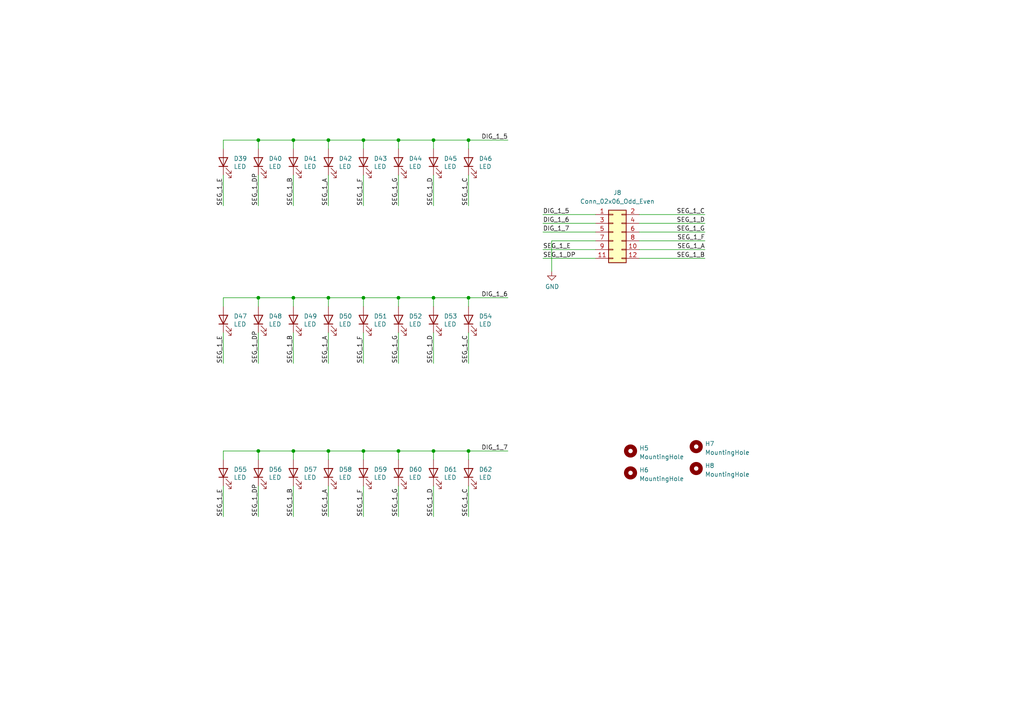
<source format=kicad_sch>
(kicad_sch (version 20211123) (generator eeschema)
  (paper "A4")
  (lib_symbols
    (symbol "Connector_Generic:Conn_02x06_Odd_Even" (pin_names (offset 1.016) hide)
      (property "Reference" "J" (at 1.27 7.62 0))
      (property "Value" "Conn_02x06_Odd_Even" (at 1.27 -10.16 0))
      (symbol "Conn_02x06_Odd_Even_1_1"
        (rectangle (start -1.27 -7.493) (end 0 -7.747) (stroke (width 0.1524)))
        (rectangle (start -1.27 -4.953) (end 0 -5.207) (stroke (width 0.1524)))
        (rectangle (start -1.27 -2.413) (end 0 -2.667) (stroke (width 0.1524)))
        (rectangle (start -1.27 0.127) (end 0 -0.127) (stroke (width 0.1524)))
        (rectangle (start -1.27 2.667) (end 0 2.413) (stroke (width 0.1524)))
        (rectangle (start -1.27 5.207) (end 0 4.953) (stroke (width 0.1524)))
        (rectangle (start -1.27 6.35) (end 3.81 -8.89) (stroke (width 0.254)) (fill (type background)))
        (rectangle (start 3.81 -7.493) (end 2.54 -7.747) (stroke (width 0.1524)))
        (rectangle (start 3.81 -4.953) (end 2.54 -5.207) (stroke (width 0.1524)))
        (rectangle (start 3.81 -2.413) (end 2.54 -2.667) (stroke (width 0.1524)))
        (rectangle (start 3.81 0.127) (end 2.54 -0.127) (stroke (width 0.1524)))
        (rectangle (start 3.81 2.667) (end 2.54 2.413) (stroke (width 0.1524)))
        (rectangle (start 3.81 5.207) (end 2.54 4.953) (stroke (width 0.1524)))
        (pin passive line (at -5.08 5.08 0) (length 3.81) (name "Pin_1") (number "1"))
        (pin passive line (at 7.62 -5.08 180) (length 3.81) (name "Pin_10") (number "10"))
        (pin passive line (at -5.08 -7.62 0) (length 3.81) (name "Pin_11") (number "11"))
        (pin passive line (at 7.62 -7.62 180) (length 3.81) (name "Pin_12") (number "12"))
        (pin passive line (at 7.62 5.08 180) (length 3.81) (name "Pin_2") (number "2"))
        (pin passive line (at -5.08 2.54 0) (length 3.81) (name "Pin_3") (number "3"))
        (pin passive line (at 7.62 2.54 180) (length 3.81) (name "Pin_4") (number "4"))
        (pin passive line (at -5.08 0 0) (length 3.81) (name "Pin_5") (number "5"))
        (pin passive line (at 7.62 0 180) (length 3.81) (name "Pin_6") (number "6"))
        (pin passive line (at -5.08 -2.54 0) (length 3.81) (name "Pin_7") (number "7"))
        (pin passive line (at 7.62 -2.54 180) (length 3.81) (name "Pin_8") (number "8"))
        (pin passive line (at -5.08 -5.08 0) (length 3.81) (name "Pin_9") (number "9"))
      )
    )
    (symbol "Device:LED" (pin_numbers hide) (pin_names (offset 1.016) hide)
      (property "Reference" "D" (at 0 2.54 0))
      (property "Value" "LED" (at 0 -2.54 0))
      (symbol "LED_0_1"
        (polyline (pts (xy -1.27 -1.27) (xy -1.27 1.27)) (stroke (width 0.254)))
        (polyline (pts (xy -1.27 0) (xy 1.27 0)))
        (polyline (pts (xy 1.27 -1.27) (xy 1.27 1.27) (xy -1.27 0) (xy 1.27 -1.27)) (stroke (width 0.254)))
        (polyline (pts (xy -3.048 -0.762) (xy -4.572 -2.286) (xy -3.81 -2.286) (xy -4.572 -2.286) (xy -4.572 -1.524)))
        (polyline (pts (xy -1.778 -0.762) (xy -3.302 -2.286) (xy -2.54 -2.286) (xy -3.302 -2.286) (xy -3.302 -1.524)))
      )
      (symbol "LED_1_1"
        (pin passive line (at -3.81 0 0) (length 2.54) (name "K") (number "1"))
        (pin passive line (at 3.81 0 180) (length 2.54) (name "A") (number "2"))
      )
    )
    (symbol "Mechanical:MountingHole" (pin_names (offset 1.016))
      (property "Reference" "H" (at 0 5.08 0))
      (property "Value" "MountingHole" (at 0 3.175 0))
      (symbol "MountingHole_0_1"
        (circle (center 0 0) (radius 1.27) (stroke (width 1.27)))
      )
    )
    (symbol "power:GND" (power) (pin_names (offset 0))
      (property "Value" "GND" (at 0 -3.81 0))
      (symbol "GND_0_1"
        (polyline (pts (xy 0 0) (xy 0 -1.27) (xy 1.27 -1.27) (xy 0 -2.54) (xy -1.27 -1.27) (xy 0 -1.27)))
      )
      (symbol "GND_1_1"
        (pin power_in line (at 0 0 270) (length 0) hide (name "GND") (number "1"))
      )
    )
  )
  (junction (at 85.09 86.36))
  (junction (at 125.73 130.81))
  (junction (at 74.93 130.81))
  (junction (at 85.09 40.64))
  (junction (at 74.93 40.64))
  (junction (at 135.89 40.64))
  (junction (at 115.57 86.36))
  (junction (at 105.41 86.36))
  (junction (at 105.41 130.81))
  (junction (at 74.93 86.36))
  (junction (at 125.73 86.36))
  (junction (at 95.25 130.81))
  (junction (at 85.09 130.81))
  (junction (at 125.73 40.64))
  (junction (at 95.25 86.36))
  (junction (at 95.25 40.64))
  (junction (at 115.57 40.64))
  (junction (at 105.41 40.64))
  (junction (at 115.57 130.81))
  (junction (at 135.89 86.36))
  (junction (at 135.89 130.81))
  (wire (pts (xy 115.57 130.81) (xy 125.73 130.81)))
  (wire (pts (xy 105.41 140.97) (xy 105.41 149.86)))
  (wire (pts (xy 74.93 88.9) (xy 74.93 86.36)))
  (wire (pts (xy 105.41 88.9) (xy 105.41 86.36)))
  (wire (pts (xy 157.48 74.93) (xy 172.72 74.93)))
  (wire (pts (xy 115.57 50.8) (xy 115.57 59.69)))
  (wire (pts (xy 95.25 96.52) (xy 95.25 105.41)))
  (wire (pts (xy 64.77 50.8) (xy 64.77 59.69)))
  (wire (pts (xy 125.73 43.18) (xy 125.73 40.64)))
  (wire (pts (xy 135.89 96.52) (xy 135.89 105.41)))
  (wire (pts (xy 125.73 133.35) (xy 125.73 130.81)))
  (wire (pts (xy 64.77 133.35) (xy 64.77 130.81)))
  (wire (pts (xy 115.57 140.97) (xy 115.57 149.86)))
  (wire (pts (xy 85.09 133.35) (xy 85.09 130.81)))
  (wire (pts (xy 64.77 130.81) (xy 74.93 130.81)))
  (wire (pts (xy 64.77 86.36) (xy 74.93 86.36)))
  (wire (pts (xy 95.25 140.97) (xy 95.25 149.86)))
  (wire (pts (xy 85.09 86.36) (xy 95.25 86.36)))
  (wire (pts (xy 95.25 50.8) (xy 95.25 59.69)))
  (wire (pts (xy 85.09 130.81) (xy 95.25 130.81)))
  (wire (pts (xy 115.57 86.36) (xy 125.73 86.36)))
  (wire (pts (xy 157.48 62.23) (xy 172.72 62.23)))
  (wire (pts (xy 85.09 40.64) (xy 95.25 40.64)))
  (wire (pts (xy 64.77 88.9) (xy 64.77 86.36)))
  (wire (pts (xy 115.57 43.18) (xy 115.57 40.64)))
  (wire (pts (xy 160.02 69.85) (xy 172.72 69.85)))
  (wire (pts (xy 105.41 130.81) (xy 115.57 130.81)))
  (wire (pts (xy 74.93 96.52) (xy 74.93 105.41)))
  (wire (pts (xy 74.93 43.18) (xy 74.93 40.64)))
  (wire (pts (xy 95.25 40.64) (xy 105.41 40.64)))
  (wire (pts (xy 135.89 88.9) (xy 135.89 86.36)))
  (wire (pts (xy 105.41 86.36) (xy 115.57 86.36)))
  (wire (pts (xy 135.89 140.97) (xy 135.89 149.86)))
  (wire (pts (xy 185.42 62.23) (xy 204.47 62.23)))
  (wire (pts (xy 74.93 140.97) (xy 74.93 149.86)))
  (wire (pts (xy 85.09 140.97) (xy 85.09 149.86)))
  (wire (pts (xy 125.73 86.36) (xy 135.89 86.36)))
  (wire (pts (xy 95.25 130.81) (xy 105.41 130.81)))
  (wire (pts (xy 105.41 133.35) (xy 105.41 130.81)))
  (wire (pts (xy 105.41 96.52) (xy 105.41 105.41)))
  (wire (pts (xy 105.41 50.8) (xy 105.41 59.69)))
  (wire (pts (xy 135.89 130.81) (xy 147.32 130.81)))
  (wire (pts (xy 64.77 140.97) (xy 64.77 149.86)))
  (wire (pts (xy 125.73 88.9) (xy 125.73 86.36)))
  (wire (pts (xy 125.73 140.97) (xy 125.73 149.86)))
  (wire (pts (xy 74.93 50.8) (xy 74.93 59.69)))
  (wire (pts (xy 74.93 130.81) (xy 85.09 130.81)))
  (wire (pts (xy 105.41 40.64) (xy 115.57 40.64)))
  (wire (pts (xy 157.48 72.39) (xy 172.72 72.39)))
  (wire (pts (xy 85.09 96.52) (xy 85.09 105.41)))
  (wire (pts (xy 185.42 67.31) (xy 204.47 67.31)))
  (wire (pts (xy 105.41 43.18) (xy 105.41 40.64)))
  (wire (pts (xy 115.57 133.35) (xy 115.57 130.81)))
  (wire (pts (xy 125.73 96.52) (xy 125.73 105.41)))
  (wire (pts (xy 95.25 43.18) (xy 95.25 40.64)))
  (wire (pts (xy 64.77 40.64) (xy 74.93 40.64)))
  (wire (pts (xy 135.89 40.64) (xy 147.32 40.64)))
  (wire (pts (xy 95.25 133.35) (xy 95.25 130.81)))
  (wire (pts (xy 74.93 40.64) (xy 85.09 40.64)))
  (wire (pts (xy 64.77 96.52) (xy 64.77 105.41)))
  (wire (pts (xy 135.89 133.35) (xy 135.89 130.81)))
  (wire (pts (xy 74.93 133.35) (xy 74.93 130.81)))
  (wire (pts (xy 125.73 40.64) (xy 135.89 40.64)))
  (wire (pts (xy 185.42 69.85) (xy 204.47 69.85)))
  (wire (pts (xy 157.48 67.31) (xy 172.72 67.31)))
  (wire (pts (xy 85.09 43.18) (xy 85.09 40.64)))
  (wire (pts (xy 135.89 50.8) (xy 135.89 59.69)))
  (wire (pts (xy 160.02 69.85) (xy 160.02 78.74)))
  (wire (pts (xy 85.09 88.9) (xy 85.09 86.36)))
  (wire (pts (xy 185.42 74.93) (xy 204.47 74.93)))
  (wire (pts (xy 204.47 64.77) (xy 185.42 64.77)))
  (wire (pts (xy 64.77 43.18) (xy 64.77 40.64)))
  (wire (pts (xy 135.89 43.18) (xy 135.89 40.64)))
  (wire (pts (xy 115.57 88.9) (xy 115.57 86.36)))
  (wire (pts (xy 95.25 86.36) (xy 105.41 86.36)))
  (wire (pts (xy 125.73 50.8) (xy 125.73 59.69)))
  (wire (pts (xy 115.57 40.64) (xy 125.73 40.64)))
  (wire (pts (xy 95.25 88.9) (xy 95.25 86.36)))
  (wire (pts (xy 85.09 50.8) (xy 85.09 59.69)))
  (wire (pts (xy 125.73 130.81) (xy 135.89 130.81)))
  (wire (pts (xy 204.47 72.39) (xy 185.42 72.39)))
  (wire (pts (xy 115.57 96.52) (xy 115.57 105.41)))
  (wire (pts (xy 157.48 64.77) (xy 172.72 64.77)))
  (wire (pts (xy 74.93 86.36) (xy 85.09 86.36)))
  (wire (pts (xy 135.89 86.36) (xy 147.32 86.36)))
  (label "SEG_1_A" (at 95.25 149.86 90))
  (label "SEG_1_D" (at 125.73 59.69 90))
  (label "SEG_1_E" (at 64.77 149.86 90))
  (label "SEG_1_D" (at 125.73 105.41 90))
  (label "SEG_1_D" (at 204.47 64.77 180))
  (label "DIG_1_7" (at 157.48 67.31 0))
  (label "SEG_1_C" (at 135.89 59.69 90))
  (label "SEG_1_C" (at 204.47 62.23 180))
  (label "SEG_1_A" (at 95.25 59.69 90))
  (label "SEG_1_A" (at 204.47 72.39 180))
  (label "SEG_1_G" (at 115.57 149.86 90))
  (label "DIG_1_6" (at 157.48 64.77 0))
  (label "SEG_1_E" (at 64.77 59.69 90))
  (label "SEG_1_B" (at 85.09 149.86 90))
  (label "SEG_1_D" (at 125.73 149.86 90))
  (label "DIG_1_5" (at 157.48 62.23 0))
  (label "SEG_1_DP" (at 74.93 59.69 90))
  (label "SEG_1_G" (at 115.57 59.69 90))
  (label "DIG_1_7" (at 147.32 130.81 180))
  (label "SEG_1_F" (at 105.41 105.41 90))
  (label "SEG_1_E" (at 157.48 72.39 0))
  (label "SEG_1_DP" (at 157.48 74.93 0))
  (label "SEG_1_G" (at 204.47 67.31 180))
  (label "SEG_1_DP" (at 74.93 105.41 90))
  (label "SEG_1_F" (at 105.41 59.69 90))
  (label "SEG_1_C" (at 135.89 149.86 90))
  (label "SEG_1_B" (at 85.09 59.69 90))
  (label "SEG_1_B" (at 204.47 74.93 180))
  (label "SEG_1_F" (at 105.41 149.86 90))
  (label "SEG_1_E" (at 64.77 105.41 90))
  (label "SEG_1_A" (at 95.25 105.41 90))
  (label "SEG_1_G" (at 115.57 105.41 90))
  (label "SEG_1_B" (at 85.09 105.41 90))
  (label "SEG_1_C" (at 135.89 105.41 90))
  (label "SEG_1_F" (at 204.47 69.85 180))
  (label "DIG_1_5" (at 147.32 40.64 180))
  (label "DIG_1_6" (at 147.32 86.36 180))
  (label "SEG_1_DP" (at 74.93 149.86 90))
  (symbol (lib_id "Device:LED") (at 85.09 46.99 90) (unit 1)
    (property "Reference" "D41" (at 88.0872 45.9994 90) (effects (justify right)))
    (property "Value" "LED" (at 88.0872 48.3108 90) (effects (justify right)))
    (property "Footprint" "LED_THT:LED_D3.0mm" (effects hide))
  )
  (symbol (lib_id "Device:LED") (at 135.89 92.71 90) (unit 1)
    (property "Reference" "D54" (at 138.8872 91.7194 90) (effects (justify right)))
    (property "Value" "LED" (at 138.8872 94.0308 90) (effects (justify right)))
    (property "Footprint" "LED_THT:LED_D3.0mm" (effects hide))
  )
  (symbol (lib_id "Device:LED") (at 115.57 92.71 90) (unit 1)
    (property "Reference" "D52" (at 118.5672 91.7194 90) (effects (justify right)))
    (property "Value" "LED" (at 118.5672 94.0308 90) (effects (justify right)))
    (property "Footprint" "LED_THT:LED_D3.0mm" (effects hide))
  )
  (symbol (lib_id "Device:LED") (at 105.41 92.71 90) (unit 1)
    (property "Reference" "D51" (at 108.4072 91.7194 90) (effects (justify right)))
    (property "Value" "LED" (at 108.4072 94.0308 90) (effects (justify right)))
    (property "Footprint" "LED_THT:LED_D3.0mm" (effects hide))
  )
  (symbol (lib_id "Device:LED") (at 85.09 137.16 90) (unit 1)
    (property "Reference" "D57" (at 88.0872 136.1694 90) (effects (justify right)))
    (property "Value" "LED" (at 88.0872 138.4808 90) (effects (justify right)))
    (property "Footprint" "LED_THT:LED_D3.0mm" (effects hide))
  )
  (symbol (lib_id "Device:LED") (at 125.73 92.71 90) (unit 1)
    (property "Reference" "D53" (at 128.7272 91.7194 90) (effects (justify right)))
    (property "Value" "LED" (at 128.7272 94.0308 90) (effects (justify right)))
    (property "Footprint" "LED_THT:LED_D3.0mm" (effects hide))
  )
  (symbol (lib_id "Device:LED") (at 135.89 46.99 90) (unit 1)
    (property "Reference" "D46" (at 138.8872 45.9994 90) (effects (justify right)))
    (property "Value" "LED" (at 138.8872 48.3108 90) (effects (justify right)))
    (property "Footprint" "LED_THT:LED_D3.0mm" (effects hide))
  )
  (symbol (lib_id "Device:LED") (at 74.93 46.99 90) (unit 1)
    (property "Reference" "D40" (at 77.9272 45.9994 90) (effects (justify right)))
    (property "Value" "LED" (at 77.9272 48.3108 90) (effects (justify right)))
    (property "Footprint" "LED_THT:LED_D3.0mm" (effects hide))
  )
  (symbol (lib_id "Device:LED") (at 135.89 137.16 90) (unit 1)
    (property "Reference" "D62" (at 138.8872 136.1694 90) (effects (justify right)))
    (property "Value" "LED" (at 138.8872 138.4808 90) (effects (justify right)))
    (property "Footprint" "LED_THT:LED_D3.0mm" (effects hide))
  )
  (symbol (lib_id "Device:LED") (at 95.25 46.99 90) (unit 1)
    (property "Reference" "D42" (at 98.2472 45.9994 90) (effects (justify right)))
    (property "Value" "LED" (at 98.2472 48.3108 90) (effects (justify right)))
    (property "Footprint" "LED_THT:LED_D3.0mm" (effects hide))
  )
  (symbol (lib_id "Device:LED") (at 125.73 46.99 90) (unit 1)
    (property "Reference" "D45" (at 128.7272 45.9994 90) (effects (justify right)))
    (property "Value" "LED" (at 128.7272 48.3108 90) (effects (justify right)))
    (property "Footprint" "LED_THT:LED_D3.0mm" (effects hide))
  )
  (symbol (lib_id "Device:LED") (at 105.41 46.99 90) (unit 1)
    (property "Reference" "D43" (at 108.4072 45.9994 90) (effects (justify right)))
    (property "Value" "LED" (at 108.4072 48.3108 90) (effects (justify right)))
    (property "Footprint" "LED_THT:LED_D3.0mm" (effects hide))
  )
  (symbol (lib_id "Device:LED") (at 85.09 92.71 90) (unit 1)
    (property "Reference" "D49" (at 88.0872 91.7194 90) (effects (justify right)))
    (property "Value" "LED" (at 88.0872 94.0308 90) (effects (justify right)))
    (property "Footprint" "LED_THT:LED_D3.0mm" (effects hide))
  )
  (symbol (lib_id "Device:LED") (at 74.93 92.71 90) (unit 1)
    (property "Reference" "D48" (at 77.9272 91.7194 90) (effects (justify right)))
    (property "Value" "LED" (at 77.9272 94.0308 90) (effects (justify right)))
    (property "Footprint" "LED_THT:LED_D3.0mm" (effects hide))
  )
  (symbol (lib_id "Device:LED") (at 105.41 137.16 90) (unit 1)
    (property "Reference" "D59" (at 108.4072 136.1694 90) (effects (justify right)))
    (property "Value" "LED" (at 108.4072 138.4808 90) (effects (justify right)))
    (property "Footprint" "LED_THT:LED_D3.0mm" (effects hide))
  )
  (symbol (lib_id "Device:LED") (at 95.25 137.16 90) (unit 1)
    (property "Reference" "D58" (at 98.2472 136.1694 90) (effects (justify right)))
    (property "Value" "LED" (at 98.2472 138.4808 90) (effects (justify right)))
    (property "Footprint" "LED_THT:LED_D3.0mm" (effects hide))
  )
  (symbol (lib_id "Mechanical:MountingHole") (at 201.93 129.54 0) (unit 1)
    (property "Reference" "H7" (at 204.47 128.7053 0) (effects (justify left)))
    (property "Value" "MountingHole" (at 204.47 131.2422 0) (effects (justify left)))
    (property "Footprint" "MountingHole:MountingHole_3.2mm_M3" (effects hide))
  )
  (symbol (lib_id "Mechanical:MountingHole") (at 182.88 130.81 0) (unit 1)
    (property "Reference" "H5" (at 185.42 129.9753 0) (effects (justify left)))
    (property "Value" "MountingHole" (at 185.42 132.5122 0) (effects (justify left)))
    (property "Footprint" "MountingHole:MountingHole_3.2mm_M3" (effects hide))
  )
  (symbol (lib_id "Device:LED") (at 95.25 92.71 90) (unit 1)
    (property "Reference" "D50" (at 98.2472 91.7194 90) (effects (justify right)))
    (property "Value" "LED" (at 98.2472 94.0308 90) (effects (justify right)))
    (property "Footprint" "LED_THT:LED_D3.0mm" (effects hide))
  )
  (symbol (lib_id "Device:LED") (at 115.57 137.16 90) (unit 1)
    (property "Reference" "D60" (at 118.5672 136.1694 90) (effects (justify right)))
    (property "Value" "LED" (at 118.5672 138.4808 90) (effects (justify right)))
    (property "Footprint" "LED_THT:LED_D3.0mm" (effects hide))
  )
  (symbol (lib_id "Mechanical:MountingHole") (at 182.88 137.16 0) (unit 1)
    (property "Reference" "H6" (at 185.42 136.3253 0) (effects (justify left)))
    (property "Value" "MountingHole" (at 185.42 138.8622 0) (effects (justify left)))
    (property "Footprint" "MountingHole:MountingHole_3.2mm_M3" (effects hide))
  )
  (symbol (lib_id "Device:LED") (at 74.93 137.16 90) (unit 1)
    (property "Reference" "D56" (at 77.9272 136.1694 90) (effects (justify right)))
    (property "Value" "LED" (at 77.9272 138.4808 90) (effects (justify right)))
    (property "Footprint" "LED_THT:LED_D3.0mm" (effects hide))
  )
  (symbol (lib_id "Device:LED") (at 64.77 46.99 90) (unit 1)
    (property "Reference" "D39" (at 67.7672 45.9994 90) (effects (justify right)))
    (property "Value" "LED" (at 67.7672 48.3108 90) (effects (justify right)))
    (property "Footprint" "LED_THT:LED_D3.0mm" (effects hide))
  )
  (symbol (lib_id "Device:LED") (at 115.57 46.99 90) (unit 1)
    (property "Reference" "D44" (at 118.5672 45.9994 90) (effects (justify right)))
    (property "Value" "LED" (at 118.5672 48.3108 90) (effects (justify right)))
    (property "Footprint" "LED_THT:LED_D3.0mm" (effects hide))
  )
  (symbol (lib_id "Device:LED") (at 125.73 137.16 90) (unit 1)
    (property "Reference" "D61" (at 128.7272 136.1694 90) (effects (justify right)))
    (property "Value" "LED" (at 128.7272 138.4808 90) (effects (justify right)))
    (property "Footprint" "LED_THT:LED_D3.0mm" (effects hide))
  )
  (symbol (lib_id "Mechanical:MountingHole") (at 201.93 135.89 0) (unit 1)
    (property "Reference" "H8" (at 204.47 135.0553 0) (effects (justify left)))
    (property "Value" "MountingHole" (at 204.47 137.5922 0) (effects (justify left)))
    (property "Footprint" "MountingHole:MountingHole_3.2mm_M3" (effects hide))
  )
  (symbol (lib_id "Device:LED") (at 64.77 92.71 90) (unit 1)
    (property "Reference" "D47" (at 67.7672 91.7194 90) (effects (justify right)))
    (property "Value" "LED" (at 67.7672 94.0308 90) (effects (justify right)))
    (property "Footprint" "LED_THT:LED_D3.0mm" (effects hide))
  )
  (symbol (lib_id "power:GND") (at 160.02 78.74 0) (unit 1)
    (property "Reference" "#PWR0140" (effects hide))
    (property "Value" "GND" (at 160.147 83.1342 0))
  )
  (symbol (lib_id "Connector_Generic:Conn_02x06_Odd_Even") (at 177.8 67.31 0) (unit 1)
    (property "Reference" "J8" (at 179.07 55.88 0))
    (property "Value" "Conn_02x06_Odd_Even" (at 179.07 58.42 0))
    (property "Footprint" "Connector_PinHeader_2.54mm:PinHeader_2x06_P2.54mm_Vertical" (effects hide))
  )
  (symbol (lib_id "Device:LED") (at 64.77 137.16 90) (unit 1)
    (property "Reference" "D55" (at 67.7672 136.1694 90) (effects (justify right)))
    (property "Value" "LED" (at 67.7672 138.4808 90) (effects (justify right)))
    (property "Footprint" "LED_THT:LED_D3.0mm" (effects hide))
  )
)
</source>
